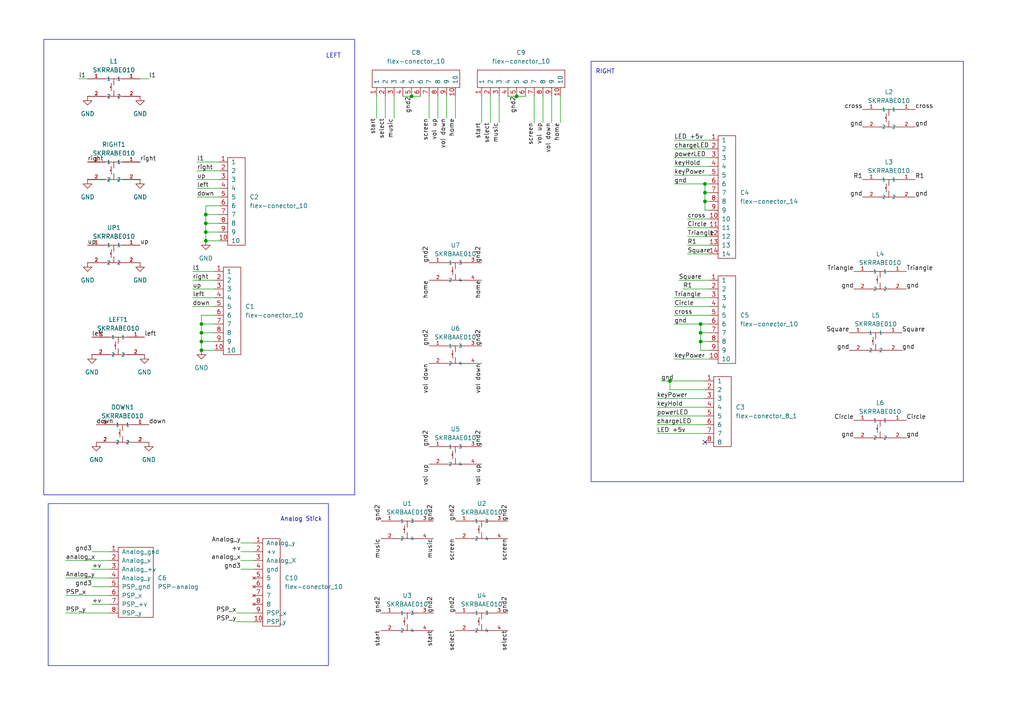
<source format=kicad_sch>
(kicad_sch (version 20231120) (generator "eeschema") (generator_version "8.0")
  (paper "A4")
  (lib_symbols
    (symbol "JLCPCB_schematic2:SKRBAAE010"
      (property "Reference" "U" (at 0 1.27 0))
      (property "Value" "SKRBAAE010" (at 0 -2.54 0))
      (symbol "SKRBAAE010_0_1"
        (polyline (pts (xy -2.54 -2.54) (xy 2.54 -2.54)))
        (polyline (pts (xy -2.54 2.54) (xy 2.54 2.54)))
        (polyline (pts (xy -0.762 1.27) (xy -0.762 -1.016)))
        (polyline (pts (xy 0 -2.54) (xy 0 -0.762)))
        (polyline (pts (xy 0 1.524) (xy 0 0.762)))
        (polyline (pts (xy 0 2.54) (xy 0 1.524)))
        (polyline (pts (xy -0.762 0.254) (xy -1.016 0.254) (xy -1.016 0) (xy -0.762 0)))
        (pin unspecified line (at -7.62 2.54 0) (length 5.08) (name "1") (number "1"))
        (pin unspecified line (at -7.62 -2.54 0) (length 5.08) (name "2") (number "2"))
        (pin unspecified line (at 7.62 2.54 180) (length 5.08) (name "3") (number "3"))
        (pin unspecified line (at 7.62 -2.54 180) (length 5.08) (name "4") (number "4"))
      )
    )
    (symbol "JLCPCB_schematic2:SKRRABE010_2pin"
      (property "Reference" "U" (at 0 1.27 0))
      (property "Value" "SKRRABE010" (at 0 -2.54 0))
      (symbol "SKRRABE010_2pin_0_1"
        (polyline (pts (xy -2.54 -3.81) (xy 2.54 -3.81)))
        (polyline (pts (xy -2.54 1.27) (xy 2.54 1.27)))
        (polyline (pts (xy -0.762 0) (xy -0.762 -2.286)))
        (polyline (pts (xy 0 -3.81) (xy 0 -2.032)))
        (polyline (pts (xy 0 0.254) (xy 0 -0.508)))
        (polyline (pts (xy 0 1.27) (xy 0 0.254)))
        (polyline (pts (xy -0.762 -1.016) (xy -1.016 -1.016) (xy -1.016 -1.27) (xy -0.762 -1.27)))
        (pin unspecified line (at -7.62 1.27 0) (length 5.08) (name "1") (number "1"))
        (pin unspecified line (at -7.62 -3.81 0) (length 5.08) (name "2") (number "2"))
      )
      (symbol "SKRRABE010_2pin_1_1"
        (pin unspecified line (at 7.62 1.27 180) (length 5.08) (name "1") (number "1"))
        (pin unspecified line (at 7.62 -3.81 180) (length 5.08) (name "2") (number "2"))
      )
    )
    (symbol "consolizer:PSP-Analog-FFC-Male" (pin_names (offset 1.016))
      (property "Reference" "C" (at 0 2.54 0))
      (property "Value" "flex-conector_10" (at 0 5.08 0))
      (symbol "PSP-Analog-FFC-Male_0_1"
        (rectangle (start -2.54 -2.54) (end 2.54 -27.94))
      )
      (symbol "PSP-Analog-FFC-Male_1_1"
        (pin input line (at -5.08 -3.81 0) (length 2.54) (name "Analog_y") (number "1"))
        (pin input line (at -5.08 -26.67 0) (length 2.54) (name "PSP_y") (number "10"))
        (pin input line (at -5.08 -6.35 0) (length 2.54) (name "+v") (number "2"))
        (pin input line (at -5.08 -8.89 0) (length 2.54) (name "Analog_X") (number "3"))
        (pin input line (at -5.08 -11.43 0) (length 2.54) (name "gnd") (number "4"))
        (pin no_connect line (at -5.08 -13.97 0) (length 2.54) (name "5") (number "5"))
        (pin no_connect line (at -5.08 -16.51 0) (length 2.54) (name "6") (number "6"))
        (pin no_connect line (at -5.08 -19.05 0) (length 2.54) (name "7") (number "7"))
        (pin no_connect line (at -5.08 -21.59 0) (length 2.54) (name "8") (number "8"))
        (pin input line (at -5.08 -24.13 0) (length 2.54) (name "PSP_x") (number "9"))
      )
    )
    (symbol "consolizer:PSP-analog" (pin_names (offset 1.016))
      (property "Reference" "C" (at 0 2.54 0))
      (property "Value" "PSP-analog" (at 0 5.08 0))
      (symbol "PSP-analog_0_1"
        (rectangle (start -2.54 -2.54) (end 7.62 -22.86))
      )
      (symbol "PSP-analog_1_1"
        (pin input line (at -5.08 -3.81 0) (length 2.54) (name "Analog_gnd") (number "1"))
        (pin input line (at -5.08 -6.35 0) (length 2.54) (name "Analog_x") (number "2"))
        (pin input line (at -5.08 -8.89 0) (length 2.54) (name "Analog_+v") (number "3"))
        (pin input line (at -5.08 -11.43 0) (length 2.54) (name "Analog_y") (number "4"))
        (pin input line (at -5.08 -13.97 0) (length 2.54) (name "PSP_gnd") (number "5"))
        (pin input line (at -5.08 -16.51 0) (length 2.54) (name "PSP_x") (number "6"))
        (pin input line (at -5.08 -19.05 0) (length 2.54) (name "PSP_+v") (number "7"))
        (pin input line (at -5.08 -21.59 0) (length 2.54) (name "PSP_y") (number "8"))
      )
    )
    (symbol "consolizer:flex-conector_10" (pin_names (offset 1.016))
      (property "Reference" "C" (at 0 2.54 0))
      (property "Value" "flex-conector_10" (at 0 5.08 0))
      (symbol "flex-conector_10_0_1"
        (rectangle (start -2.54 -2.54) (end 2.54 -27.94))
      )
      (symbol "flex-conector_10_1_1"
        (pin input line (at -5.08 -3.81 0) (length 2.54) (name "1") (number "1"))
        (pin input line (at -5.08 -26.67 0) (length 2.54) (name "10") (number "10"))
        (pin input line (at -5.08 -6.35 0) (length 2.54) (name "2") (number "2"))
        (pin input line (at -5.08 -8.89 0) (length 2.54) (name "3") (number "3"))
        (pin input line (at -5.08 -11.43 0) (length 2.54) (name "4") (number "4"))
        (pin input line (at -5.08 -13.97 0) (length 2.54) (name "5") (number "5"))
        (pin input line (at -5.08 -16.51 0) (length 2.54) (name "6") (number "6"))
        (pin input line (at -5.08 -19.05 0) (length 2.54) (name "7") (number "7"))
        (pin input line (at -5.08 -21.59 0) (length 2.54) (name "8") (number "8"))
        (pin input line (at -5.08 -24.13 0) (length 2.54) (name "9") (number "9"))
      )
    )
    (symbol "consolizer:flex-conector_14" (pin_names (offset 1.016))
      (property "Reference" "C" (at 0 2.54 0))
      (property "Value" "flex-conector_14" (at 0 5.08 0))
      (symbol "flex-conector_14_0_1"
        (rectangle (start -2.54 -2.54) (end 2.54 -38.1))
      )
      (symbol "flex-conector_14_1_1"
        (pin input line (at -5.08 -3.81 0) (length 2.54) (name "1") (number "1"))
        (pin input line (at -5.08 -26.67 0) (length 2.54) (name "10") (number "10"))
        (pin input line (at -5.08 -29.21 0) (length 2.54) (name "11") (number "11"))
        (pin input line (at -5.08 -31.75 0) (length 2.54) (name "12") (number "12"))
        (pin input line (at -5.08 -34.29 0) (length 2.54) (name "13") (number "13"))
        (pin input line (at -5.08 -36.83 0) (length 2.54) (name "14") (number "14"))
        (pin input line (at -5.08 -6.35 0) (length 2.54) (name "2") (number "2"))
        (pin input line (at -5.08 -8.89 0) (length 2.54) (name "3") (number "3"))
        (pin input line (at -5.08 -11.43 0) (length 2.54) (name "4") (number "4"))
        (pin input line (at -5.08 -13.97 0) (length 2.54) (name "5") (number "5"))
        (pin input line (at -5.08 -16.51 0) (length 2.54) (name "6") (number "6"))
        (pin input line (at -5.08 -19.05 0) (length 2.54) (name "7") (number "7"))
        (pin input line (at -5.08 -21.59 0) (length 2.54) (name "8") (number "8"))
        (pin input line (at -5.08 -24.13 0) (length 2.54) (name "9") (number "9"))
      )
    )
    (symbol "consolizer:flex-conector_8" (pin_names (offset 1.016))
      (property "Reference" "C" (at 0 2.54 0))
      (property "Value" "flex-conector_8" (at 0 5.08 0))
      (symbol "flex-conector_8_0_1"
        (rectangle (start -2.54 -2.54) (end 2.54 -22.86))
      )
      (symbol "flex-conector_8_1_1"
        (pin input line (at -5.08 -3.81 0) (length 2.54) (name "1") (number "1"))
        (pin input line (at -5.08 -6.35 0) (length 2.54) (name "2") (number "2"))
        (pin input line (at -5.08 -8.89 0) (length 2.54) (name "3") (number "3"))
        (pin input line (at -5.08 -11.43 0) (length 2.54) (name "4") (number "4"))
        (pin input line (at -5.08 -13.97 0) (length 2.54) (name "5") (number "5"))
        (pin input line (at -5.08 -16.51 0) (length 2.54) (name "6") (number "6"))
        (pin input line (at -5.08 -19.05 0) (length 2.54) (name "7") (number "7"))
        (pin input line (at -5.08 -21.59 0) (length 2.54) (name "8") (number "8"))
      )
    )
    (symbol "power:GND" (power) (pin_numbers hide) (pin_names (offset 0) hide)
      (property "Value" "GND" (at 0 -3.81 0))
      (symbol "GND_0_1"
        (polyline (pts (xy 0 0) (xy 0 -1.27) (xy 1.27 -1.27) (xy 0 -2.54) (xy -1.27 -1.27) (xy 0 -1.27)))
      )
      (symbol "GND_1_1"
        (pin power_in line (at 0 0 270) (length 0) (name "~") (number "1"))
      )
    )
  )
  (junction (at 149.86 27.94))
  (junction (at 203.2 93.98))
  (junction (at 59.69 67.31))
  (junction (at 58.42 96.52))
  (junction (at 119.38 27.94))
  (junction (at 58.42 99.06))
  (junction (at 204.47 53.34))
  (junction (at 58.42 93.98))
  (junction (at 204.47 58.42))
  (junction (at 203.2 96.52))
  (junction (at 203.2 99.06))
  (junction (at 59.69 62.23))
  (junction (at 59.69 69.85))
  (junction (at 58.42 101.6))
  (junction (at 59.69 64.77))
  (junction (at 204.47 55.88))
  (junction (at 194.31 110.49))
  (no_connect (at 204.47 128.27))
  (wire (pts (xy 195.58 86.36) (xy 205.74 86.36)))
  (wire (pts (xy 127 34.29) (xy 127 27.94)))
  (wire (pts (xy 204.47 53.34) (xy 205.74 53.34)))
  (wire (pts (xy 62.23 93.98) (xy 58.42 93.98)))
  (wire (pts (xy 199.39 63.5) (xy 205.74 63.5)))
  (wire (pts (xy 57.15 49.53) (xy 63.5 49.53)))
  (wire (pts (xy 195.58 53.34) (xy 204.47 53.34)))
  (wire (pts (xy 199.39 68.58) (xy 205.74 68.58)))
  (wire (pts (xy 58.42 96.52) (xy 58.42 99.06)))
  (wire (pts (xy 195.58 43.18) (xy 205.74 43.18)))
  (wire (pts (xy 59.69 69.85) (xy 63.5 69.85)))
  (wire (pts (xy 55.88 78.74) (xy 62.23 78.74)))
  (wire (pts (xy 69.85 165.1) (xy 73.66 165.1)))
  (wire (pts (xy 196.85 81.28) (xy 205.74 81.28)))
  (wire (pts (xy 59.69 67.31) (xy 59.69 69.85)))
  (wire (pts (xy 139.7 35.56) (xy 139.7 27.94)))
  (wire (pts (xy 204.47 58.42) (xy 204.47 55.88)))
  (wire (pts (xy 57.15 54.61) (xy 63.5 54.61)))
  (wire (pts (xy 63.5 67.31) (xy 59.69 67.31)))
  (wire (pts (xy 57.15 46.99) (xy 63.5 46.99)))
  (wire (pts (xy 62.23 99.06) (xy 58.42 99.06)))
  (wire (pts (xy 190.5 115.57) (xy 204.47 115.57)))
  (wire (pts (xy 58.42 93.98) (xy 58.42 96.52)))
  (wire (pts (xy 157.48 35.56) (xy 157.48 27.94)))
  (wire (pts (xy 69.85 160.02) (xy 73.66 160.02)))
  (wire (pts (xy 55.88 88.9) (xy 62.23 88.9)))
  (wire (pts (xy 109.22 34.29) (xy 109.22 27.94)))
  (wire (pts (xy 58.42 91.44) (xy 58.42 93.98)))
  (wire (pts (xy 58.42 99.06) (xy 58.42 101.6)))
  (wire (pts (xy 194.31 110.49) (xy 204.47 110.49)))
  (wire (pts (xy 63.5 59.69) (xy 59.69 59.69)))
  (wire (pts (xy 203.2 96.52) (xy 203.2 93.98)))
  (wire (pts (xy 198.12 83.82) (xy 205.74 83.82)))
  (wire (pts (xy 124.46 34.29) (xy 124.46 27.94)))
  (wire (pts (xy 203.2 101.6) (xy 203.2 99.06)))
  (wire (pts (xy 160.02 35.56) (xy 160.02 27.94)))
  (wire (pts (xy 194.31 113.03) (xy 194.31 110.49)))
  (wire (pts (xy 199.39 73.66) (xy 205.74 73.66)))
  (wire (pts (xy 195.58 91.44) (xy 205.74 91.44)))
  (wire (pts (xy 119.38 27.94) (xy 121.92 27.94)))
  (wire (pts (xy 199.39 66.04) (xy 205.74 66.04)))
  (wire (pts (xy 55.88 83.82) (xy 62.23 83.82)))
  (wire (pts (xy 190.5 123.19) (xy 204.47 123.19)))
  (wire (pts (xy 59.69 64.77) (xy 59.69 67.31)))
  (wire (pts (xy 144.78 35.56) (xy 144.78 27.94)))
  (wire (pts (xy 62.23 96.52) (xy 58.42 96.52)))
  (wire (pts (xy 195.58 45.72) (xy 205.74 45.72)))
  (wire (pts (xy 132.08 34.29) (xy 132.08 27.94)))
  (wire (pts (xy 116.84 27.94) (xy 119.38 27.94)))
  (wire (pts (xy 19.05 162.56) (xy 31.75 162.56)))
  (wire (pts (xy 26.67 165.1) (xy 31.75 165.1)))
  (wire (pts (xy 204.47 60.96) (xy 204.47 58.42)))
  (wire (pts (xy 205.74 99.06) (xy 203.2 99.06)))
  (wire (pts (xy 142.24 35.56) (xy 142.24 27.94)))
  (wire (pts (xy 162.56 35.56) (xy 162.56 27.94)))
  (wire (pts (xy 40.64 22.86) (xy 43.18 22.86)))
  (wire (pts (xy 58.42 101.6) (xy 62.23 101.6)))
  (wire (pts (xy 68.58 177.8) (xy 73.66 177.8)))
  (wire (pts (xy 55.88 81.28) (xy 62.23 81.28)))
  (wire (pts (xy 204.47 113.03) (xy 194.31 113.03)))
  (wire (pts (xy 195.58 48.26) (xy 205.74 48.26)))
  (wire (pts (xy 62.23 91.44) (xy 58.42 91.44)))
  (wire (pts (xy 195.58 88.9) (xy 205.74 88.9)))
  (wire (pts (xy 59.69 62.23) (xy 59.69 64.77)))
  (wire (pts (xy 205.74 55.88) (xy 204.47 55.88)))
  (wire (pts (xy 59.69 59.69) (xy 59.69 62.23)))
  (wire (pts (xy 63.5 64.77) (xy 59.69 64.77)))
  (wire (pts (xy 22.86 22.86) (xy 25.4 22.86)))
  (wire (pts (xy 19.05 177.8) (xy 31.75 177.8)))
  (wire (pts (xy 195.58 104.14) (xy 205.74 104.14)))
  (wire (pts (xy 203.2 93.98) (xy 205.74 93.98)))
  (wire (pts (xy 190.5 118.11) (xy 204.47 118.11)))
  (wire (pts (xy 57.15 57.15) (xy 63.5 57.15)))
  (wire (pts (xy 190.5 120.65) (xy 204.47 120.65)))
  (wire (pts (xy 204.47 55.88) (xy 204.47 53.34)))
  (wire (pts (xy 205.74 60.96) (xy 204.47 60.96)))
  (wire (pts (xy 147.32 27.94) (xy 149.86 27.94)))
  (wire (pts (xy 26.67 160.02) (xy 31.75 160.02)))
  (wire (pts (xy 68.58 180.34) (xy 73.66 180.34)))
  (wire (pts (xy 129.54 34.29) (xy 129.54 27.94)))
  (wire (pts (xy 195.58 50.8) (xy 205.74 50.8)))
  (wire (pts (xy 63.5 62.23) (xy 59.69 62.23)))
  (wire (pts (xy 55.88 86.36) (xy 62.23 86.36)))
  (wire (pts (xy 190.5 125.73) (xy 204.47 125.73)))
  (wire (pts (xy 195.58 40.64) (xy 205.74 40.64)))
  (wire (pts (xy 19.05 167.64) (xy 31.75 167.64)))
  (wire (pts (xy 111.76 34.29) (xy 111.76 27.94)))
  (wire (pts (xy 205.74 101.6) (xy 203.2 101.6)))
  (wire (pts (xy 69.85 162.56) (xy 73.66 162.56)))
  (wire (pts (xy 149.86 27.94) (xy 152.4 27.94)))
  (wire (pts (xy 205.74 58.42) (xy 204.47 58.42)))
  (wire (pts (xy 26.67 170.18) (xy 31.75 170.18)))
  (wire (pts (xy 69.85 157.48) (xy 73.66 157.48)))
  (wire (pts (xy 57.15 52.07) (xy 63.5 52.07)))
  (wire (pts (xy 114.3 34.29) (xy 114.3 27.94)))
  (wire (pts (xy 195.58 93.98) (xy 203.2 93.98)))
  (wire (pts (xy 19.05 172.72) (xy 31.75 172.72)))
  (wire (pts (xy 191.77 110.49) (xy 194.31 110.49)))
  (wire (pts (xy 26.67 175.26) (xy 31.75 175.26)))
  (wire (pts (xy 199.39 71.12) (xy 205.74 71.12)))
  (wire (pts (xy 205.74 96.52) (xy 203.2 96.52)))
  (wire (pts (xy 154.94 35.56) (xy 154.94 27.94)))
  (wire (pts (xy 203.2 99.06) (xy 203.2 96.52)))
  (rectangle (start 171.45 17.78) (end 279.4 139.7))
  (rectangle (start 12.7 11.43) (end 102.87 143.51))
  (rectangle (start 13.97 146.05) (end 95.25 193.04))
  (text "LEFT" (at 94.488 17.018 0) (effects (font (size 1.27 1.27)) (justify left bottom)))
  (text "RIGHT" (at 172.72 21.59 0) (effects (font (size 1.27 1.27)) (justify left bottom)))
  (text "Analog Stick" (at 81.28 151.384 0) (effects (font (size 1.27 1.27)) (justify left bottom)))
  (label "Analog_y" (at 69.85 157.48 180))
  (label "keyPower" (at 190.5 115.57 0))
  (label "gnd2" (at 139.7 76.2 90))
  (label "up" (at 40.64 71.12 0))
  (label "Circle" (at 262.89 121.92 0))
  (label "gnd" (at 247.65 127 180))
  (label "cross" (at 199.39 63.5 0))
  (label "gnd2" (at 124.46 100.33 90))
  (label "gnd2" (at 125.73 177.8 90))
  (label "up" (at 57.15 52.07 0))
  (label "vol down" (at 129.54 34.29 270))
  (label "gnd2" (at 139.7 129.54 90))
  (label "start" (at 109.22 34.29 270))
  (label "vol up" (at 157.48 35.56 270))
  (label "select" (at 142.24 35.56 270))
  (label "up" (at 25.4 71.12 0))
  (label "gnd2" (at 124.46 129.54 90))
  (label "cross" (at 250.19 31.75 180))
  (label "left" (at 41.91 97.79 0))
  (label "gnd3" (at 69.85 165.1 180))
  (label "powerLED" (at 190.5 120.65 0))
  (label "screen" (at 147.32 156.21 270))
  (label "right" (at 57.15 49.53 0))
  (label "powerLED" (at 195.58 45.72 0))
  (label "l1" (at 55.88 78.74 0))
  (label "gnd3" (at 26.67 170.18 180))
  (label "chargeLED" (at 195.58 43.18 0))
  (label "chargeLED" (at 190.5 123.19 0))
  (label "gnd" (at 191.77 110.49 0))
  (label "select" (at 147.32 182.88 270))
  (label "analog_x" (at 19.05 162.56 0))
  (label "PSP_x" (at 19.05 172.72 0))
  (label "gnd2" (at 119.38 27.94 270))
  (label "PSP_y" (at 68.58 180.34 180))
  (label "cross" (at 195.58 91.44 0))
  (label "keyPower" (at 195.58 50.8 0))
  (label "gnd" (at 265.43 57.15 0))
  (label "select" (at 111.76 34.29 270))
  (label "+v" (at 26.67 175.26 0))
  (label "vol down" (at 124.46 105.41 270))
  (label "LED +5v" (at 195.58 40.64 0))
  (label "right" (at 55.88 81.28 0))
  (label "gnd2" (at 147.32 177.8 90))
  (label "home" (at 124.46 81.28 270))
  (label "down" (at 27.94 123.19 0))
  (label "cross" (at 265.43 31.75 0))
  (label "+v" (at 26.67 165.1 0))
  (label "Circle" (at 195.58 88.9 0))
  (label "vol down" (at 139.7 105.41 270))
  (label "right" (at 25.4 46.99 0))
  (label "Analog_y" (at 19.05 167.64 0))
  (label "down" (at 43.18 123.19 0))
  (label "gnd" (at 247.65 83.82 180))
  (label "down" (at 55.88 88.9 0))
  (label "vol up" (at 139.7 134.62 270))
  (label "LED +5v" (at 190.5 125.73 0))
  (label "gnd3" (at 26.67 160.02 180))
  (label "up" (at 55.88 83.82 0))
  (label "music" (at 125.73 156.21 270))
  (label "gnd" (at 262.89 83.82 0))
  (label "gnd2" (at 139.7 100.33 90))
  (label "keyHold" (at 190.5 118.11 0))
  (label "gnd2" (at 149.86 27.94 270))
  (label "start" (at 125.73 182.88 270))
  (label "R1" (at 198.12 83.82 0))
  (label "gnd2" (at 125.73 151.13 90))
  (label "gnd" (at 246.38 101.6 180))
  (label "left" (at 26.67 97.79 0))
  (label "l1" (at 57.15 46.99 0))
  (label "gnd" (at 250.19 36.83 180))
  (label "gnd" (at 261.62 101.6 0))
  (label "start" (at 110.49 182.88 270))
  (label "home" (at 162.56 35.56 270))
  (label "vol down" (at 160.02 35.56 270))
  (label "music" (at 110.49 156.21 270))
  (label "gnd" (at 250.19 57.15 180))
  (label "screen" (at 132.08 156.21 270))
  (label "gnd" (at 262.89 127 0))
  (label "Square" (at 261.62 96.52 0))
  (label "R1" (at 250.19 52.07 180))
  (label "right" (at 40.64 46.99 0))
  (label "vol up" (at 124.46 134.62 270))
  (label "PSP_x" (at 68.58 177.8 180))
  (label "vol up" (at 127 34.29 270))
  (label "left" (at 57.15 54.61 0))
  (label "keyHold" (at 195.58 48.26 0))
  (label "gnd2" (at 147.32 151.13 90))
  (label "screen" (at 124.46 34.29 270))
  (label "gnd" (at 265.43 36.83 0))
  (label "+v" (at 69.85 160.02 180))
  (label "PSP_y" (at 19.05 177.8 0))
  (label "left" (at 55.88 86.36 0))
  (label "Triangle" (at 195.58 86.36 0))
  (label "l1" (at 22.86 22.86 0))
  (label "down" (at 57.15 57.15 0))
  (label "Circle" (at 199.39 66.04 0))
  (label "keyPower" (at 195.58 104.14 0))
  (label "gnd2" (at 110.49 151.13 90))
  (label "Triangle" (at 262.89 78.74 0))
  (label "select" (at 132.08 182.88 270))
  (label "home" (at 139.7 81.28 270))
  (label "gnd" (at 195.58 93.98 0))
  (label "screen" (at 154.94 35.56 270))
  (label "gnd2" (at 132.08 151.13 90))
  (label "R1" (at 265.43 52.07 0))
  (label "Square" (at 196.85 81.28 0))
  (label "gnd2" (at 110.49 177.8 90))
  (label "Square" (at 246.38 96.52 180))
  (label "Triangle" (at 199.39 68.58 0))
  (label "start" (at 139.7 35.56 270))
  (label "Circle" (at 247.65 121.92 180))
  (label "analog_x" (at 69.85 162.56 180))
  (label "l1" (at 43.18 22.86 0))
  (label "gnd2" (at 124.46 76.2 90))
  (label "gnd2" (at 132.08 177.8 90))
  (label "music" (at 114.3 34.29 270))
  (label "music" (at 144.78 35.56 270))
  (label "Square" (at 199.39 73.66 0))
  (label "gnd" (at 195.58 53.34 0))
  (label "home" (at 132.08 34.29 270))
  (label "Triangle" (at 247.65 78.74 180))
  (label "R1" (at 199.39 71.12 0))
  (symbol (lib_id "power:GND") (at 58.42 101.6 0) (unit 1)
    (property "Reference" "#PWR011" (effects (hide yes)))
    (property "Value" "GND" (at 58.42 106.68 0))
    (property "Description" "Power symbol creates a global label with name \"GND\" , ground" (effects (hide yes)))
  )
  (symbol (lib_id "power:GND") (at 40.64 52.07 0) (unit 1)
    (property "Reference" "#PWR06" (effects (hide yes)))
    (property "Value" "GND" (at 40.64 57.15 0))
    (property "Description" "Power symbol creates a global label with name \"GND\" , ground" (effects (hide yes)))
  )
  (symbol (lib_id "JLCPCB_schematic2:SKRBAAE010") (at 132.08 102.87 0) (unit 1)
    (property "Reference" "U6" (at 132.08 95.25 0))
    (property "Value" "SKRBAAE010" (at 132.08 97.79 0))
    (property "Footprint" "JLCPCB_footprint:KEY-SMD_4P-L4.8-W4.8-P3.65_SKRBAAE010" (effects (hide yes)))
    (property "Datasheet" "https://atta.szlcsc.com/upload/public/pdf/source/20170620/1497944814349.pdf" (effects (hide yes)))
    (property "LCSC" "C115356" (effects (hide yes)))
  )
  (symbol (lib_name "JLCPCB_schematic2:SKRRABE010_2pin") (lib_id "JLCPCB_schematic2:SKRRABE010_2pin") (at 255.27 80.01 0) (unit 1)
    (property "Reference" "L4" (at 255.27 73.66 0))
    (property "Value" "SKRRABE010" (at 255.27 76.2 0))
    (property "Footprint" "JLCPCB_footprint:KEY-SMD_4P-L5.2-W5.2-P3.70-LS6.4_1" (effects (hide yes)))
    (property "Datasheet" "https://item.szlcsc.com/98645.html" (effects (hide yes)))
    (property "LCSC" "C125046" (effects (hide yes)))
  )
  (symbol (lib_id "JLCPCB_schematic2:SKRBAAE010") (at 118.11 153.67 0) (unit 1)
    (property "Reference" "U1" (at 118.11 146.05 0))
    (property "Value" "SKRBAAE010" (at 118.11 148.59 0))
    (property "Footprint" "JLCPCB_footprint:KEY-SMD_4P-L4.8-W4.8-P3.65_SKRBAAE010" (effects (hide yes)))
    (property "Datasheet" "https://atta.szlcsc.com/upload/public/pdf/source/20170620/1497944814349.pdf" (effects (hide yes)))
    (property "LCSC" "C115356" (effects (hide yes)))
  )
  (symbol (lib_id "power:GND") (at 59.69 69.85 0) (unit 1)
    (property "Reference" "#PWR012" (effects (hide yes)))
    (property "Value" "GND" (at 59.69 74.93 0))
    (property "Description" "Power symbol creates a global label with name \"GND\" , ground" (effects (hide yes)))
  )
  (symbol (lib_name "JLCPCB_schematic2:SKRRABE010_2pin") (lib_id "JLCPCB_schematic2:SKRRABE010_2pin") (at 33.02 72.39 0) (unit 1)
    (property "Reference" "UP1" (at 33.02 66.04 0))
    (property "Value" "SKRRABE010" (at 33.02 68.58 0))
    (property "Footprint" "JLCPCB_footprint:KEY-SMD_4P-L5.2-W5.2-P3.70-LS6.4_1" (effects (hide yes)))
    (property "Datasheet" "https://item.szlcsc.com/98645.html" (effects (hide yes)))
    (property "LCSC" "C125046" (effects (hide yes)))
  )
  (symbol (lib_id "JLCPCB_schematic2:SKRBAAE010") (at 132.08 132.08 0) (unit 1)
    (property "Reference" "U5" (at 132.08 124.46 0))
    (property "Value" "SKRBAAE010" (at 132.08 127 0))
    (property "Footprint" "JLCPCB_footprint:KEY-SMD_4P-L4.8-W4.8-P3.65_SKRBAAE010" (effects (hide yes)))
    (property "Datasheet" "https://atta.szlcsc.com/upload/public/pdf/source/20170620/1497944814349.pdf" (effects (hide yes)))
    (property "LCSC" "C115356" (effects (hide yes)))
  )
  (symbol (lib_name "JLCPCB_schematic2:SKRRABE010_2pin") (lib_id "JLCPCB_schematic2:SKRRABE010_2pin") (at 254 97.79 0) (unit 1)
    (property "Reference" "L5" (at 254 91.44 0))
    (property "Value" "SKRRABE010" (at 254 93.98 0))
    (property "Footprint" "JLCPCB_footprint:KEY-SMD_4P-L5.2-W5.2-P3.70-LS6.4_1" (effects (hide yes)))
    (property "Datasheet" "https://item.szlcsc.com/98645.html" (effects (hide yes)))
    (property "LCSC" "C125046" (effects (hide yes)))
  )
  (symbol (lib_id "power:GND") (at 41.91 102.87 0) (unit 1)
    (property "Reference" "#PWR05" (effects (hide yes)))
    (property "Value" "GND" (at 41.91 107.95 0))
    (property "Description" "Power symbol creates a global label with name \"GND\" , ground" (effects (hide yes)))
  )
  (symbol (lib_name "JLCPCB_schematic2:SKRRABE010_2pin") (lib_id "JLCPCB_schematic2:SKRRABE010_2pin") (at 34.29 99.06 0) (unit 1)
    (property "Reference" "LEFT1" (at 34.29 92.71 0))
    (property "Value" "SKRRABE010" (at 34.29 95.25 0))
    (property "Footprint" "JLCPCB_footprint:KEY-SMD_4P-L5.2-W5.2-P3.70-LS6.4_1" (effects (hide yes)))
    (property "Datasheet" "https://item.szlcsc.com/98645.html" (effects (hide yes)))
    (property "LCSC" "C125046" (effects (hide yes)))
  )
  (symbol (lib_name "JLCPCB_schematic2:SKRRABE010_2pin") (lib_id "JLCPCB_schematic2:SKRRABE010_2pin") (at 257.81 33.02 0) (unit 1)
    (property "Reference" "L2" (at 257.81 26.67 0))
    (property "Value" "SKRRABE010" (at 257.81 29.21 0))
    (property "Footprint" "JLCPCB_footprint:KEY-SMD_4P-L5.2-W5.2-P3.70-LS6.4_1" (effects (hide yes)))
    (property "Datasheet" "https://item.szlcsc.com/98645.html" (effects (hide yes)))
    (property "LCSC" "C125046" (effects (hide yes)))
  )
  (symbol (lib_id "power:GND") (at 26.67 102.87 0) (unit 1)
    (property "Reference" "#PWR07" (effects (hide yes)))
    (property "Value" "GND" (at 26.67 107.95 0))
    (property "Description" "Power symbol creates a global label with name \"GND\" , ground" (effects (hide yes)))
  )
  (symbol (lib_id "power:GND") (at 27.94 128.27 0) (unit 1)
    (property "Reference" "#PWR010" (effects (hide yes)))
    (property "Value" "GND" (at 27.94 133.35 0))
    (property "Description" "Power symbol creates a global label with name \"GND\" , ground" (effects (hide yes)))
  )
  (symbol (lib_id "power:GND") (at 25.4 76.2 0) (unit 1)
    (property "Reference" "#PWR01" (effects (hide yes)))
    (property "Value" "GND" (at 25.4 81.28 0))
    (property "Description" "Power symbol creates a global label with name \"GND\" , ground" (effects (hide yes)))
  )
  (symbol (lib_id "consolizer:flex-conector_10") (at 67.31 74.93 0) (unit 1)
    (property "Reference" "C1" (at 71.12 88.9 0) (effects (justify left)))
    (property "Value" "flex-conector_10" (at 71.12 91.44 0) (effects (justify left)))
    (property "Footprint" "consolizer:flex_short_10" (effects (hide yes)))
  )
  (symbol (lib_id "consolizer:PSP-Analog-FFC-Male") (at 78.74 153.67 0) (unit 1)
    (property "Reference" "C10" (at 82.55 167.6399 0) (effects (justify left)))
    (property "Value" "flex-conector_10" (at 82.55 170.1799 0) (effects (justify left)))
    (property "Footprint" "consolizer:flex_long_10" (effects (hide yes)))
  )
  (symbol (lib_name "JLCPCB_schematic2:SKRRABE010_2pin") (lib_id "JLCPCB_schematic2:SKRRABE010_2pin") (at 33.02 48.26 0) (unit 1)
    (property "Reference" "RIGHT1" (at 33.02 41.91 0))
    (property "Value" "SKRRABE010" (at 33.02 44.45 0))
    (property "Footprint" "JLCPCB_footprint:KEY-SMD_4P-L5.2-W5.2-P3.70-LS6.4_1" (effects (hide yes)))
    (property "Datasheet" "https://item.szlcsc.com/98645.html" (effects (hide yes)))
    (property "LCSC" "C125046" (effects (hide yes)))
  )
  (symbol (lib_name "JLCPCB_schematic2:SKRRABE010_2pin") (lib_id "JLCPCB_schematic2:SKRRABE010_2pin") (at 35.56 124.46 0) (unit 1)
    (property "Reference" "DOWN1" (at 35.56 118.11 0))
    (property "Value" "SKRRABE010" (at 35.56 120.65 0))
    (property "Footprint" "JLCPCB_footprint:KEY-SMD_4P-L5.2-W5.2-P3.70-LS6.4_1" (effects (hide yes)))
    (property "Datasheet" "https://item.szlcsc.com/98645.html" (effects (hide yes)))
    (property "LCSC" "C125046" (effects (hide yes)))
  )
  (symbol (lib_id "power:GND") (at 40.64 76.2 0) (unit 1)
    (property "Reference" "#PWR02" (effects (hide yes)))
    (property "Value" "GND" (at 40.64 81.28 0))
    (property "Description" "Power symbol creates a global label with name \"GND\" , ground" (effects (hide yes)))
  )
  (symbol (lib_name "JLCPCB_schematic2:SKRRABE010_2pin") (lib_id "JLCPCB_schematic2:SKRRABE010_2pin") (at 257.81 53.34 0) (unit 1)
    (property "Reference" "L3" (at 257.81 46.99 0))
    (property "Value" "SKRRABE010" (at 257.81 49.53 0))
    (property "Footprint" "JLCPCB_footprint:KEY-SMD_4P-L5.2-W5.2-P3.70-LS6.4_1" (effects (hide yes)))
    (property "Datasheet" "https://item.szlcsc.com/98645.html" (effects (hide yes)))
    (property "LCSC" "C125046" (effects (hide yes)))
  )
  (symbol (lib_id "JLCPCB_schematic2:SKRBAAE010") (at 118.11 180.34 0) (unit 1)
    (property "Reference" "U3" (at 118.11 172.72 0))
    (property "Value" "SKRBAAE010" (at 118.11 175.26 0))
    (property "Footprint" "JLCPCB_footprint:KEY-SMD_4P-L4.8-W4.8-P3.65_SKRBAAE010" (effects (hide yes)))
    (property "Datasheet" "https://atta.szlcsc.com/upload/public/pdf/source/20170620/1497944814349.pdf" (effects (hide yes)))
    (property "LCSC" "C115356" (effects (hide yes)))
  )
  (symbol (lib_id "consolizer:flex-conector_10") (at 68.58 43.18 0) (unit 1)
    (property "Reference" "C2" (at 72.39 57.15 0) (effects (justify left)))
    (property "Value" "flex-conector_10" (at 72.39 59.69 0) (effects (justify left)))
    (property "Footprint" "consolizer:flex_short_10" (effects (hide yes)))
  )
  (symbol (lib_id "consolizer:flex-conector_10") (at 210.82 77.47 0) (unit 1)
    (property "Reference" "C5" (at 214.63 91.44 0) (effects (justify left)))
    (property "Value" "flex-conector_10" (at 214.63 93.98 0) (effects (justify left)))
    (property "Footprint" "consolizer:flex_long_10" (effects (hide yes)))
  )
  (symbol (lib_id "consolizer:flex-conector_10") (at 135.89 22.86 90) (unit 1)
    (property "Reference" "C9" (at 151.13 15.24 90))
    (property "Value" "flex-conector_10" (at 151.13 17.78 90))
    (property "Footprint" "consolizer:flex_short_10" (effects (hide yes)))
  )
  (symbol (lib_id "JLCPCB_schematic2:SKRBAAE010") (at 139.7 180.34 0) (unit 1)
    (property "Reference" "U4" (at 139.7 172.72 0))
    (property "Value" "SKRBAAE010" (at 139.7 175.26 0))
    (property "Footprint" "JLCPCB_footprint:KEY-SMD_4P-L4.8-W4.8-P3.65_SKRBAAE010" (effects (hide yes)))
    (property "Datasheet" "https://atta.szlcsc.com/upload/public/pdf/source/20170620/1497944814349.pdf" (effects (hide yes)))
    (property "LCSC" "C115356" (effects (hide yes)))
  )
  (symbol (lib_id "consolizer:flex-conector_8") (at 209.55 106.68 0) (unit 1)
    (property "Reference" "C3" (at 213.36 118.11 0) (effects (justify left)))
    (property "Value" "flex-conector_8_1" (at 213.36 120.65 0) (effects (justify left)))
    (property "Footprint" "consolizer:flex_long_8" (effects (hide yes)))
  )
  (symbol (lib_name "JLCPCB_schematic2:SKRRABE010_2pin") (lib_id "JLCPCB_schematic2:SKRRABE010_2pin") (at 33.02 24.13 0) (unit 1)
    (property "Reference" "L1" (at 33.02 17.78 0))
    (property "Value" "SKRRABE010" (at 33.02 20.32 0))
    (property "Footprint" "JLCPCB_footprint:KEY-SMD_4P-L5.2-W5.2-P3.70-LS6.4_1" (effects (hide yes)))
    (property "Datasheet" "https://item.szlcsc.com/98645.html" (effects (hide yes)))
    (property "LCSC" "C125046" (effects (hide yes)))
  )
  (symbol (lib_id "JLCPCB_schematic2:SKRBAAE010") (at 139.7 153.67 0) (unit 1)
    (property "Reference" "U2" (at 139.7 146.05 0))
    (property "Value" "SKRBAAE010" (at 139.7 148.59 0))
    (property "Footprint" "JLCPCB_footprint:KEY-SMD_4P-L4.8-W4.8-P3.65_SKRBAAE010" (effects (hide yes)))
    (property "Datasheet" "https://atta.szlcsc.com/upload/public/pdf/source/20170620/1497944814349.pdf" (effects (hide yes)))
    (property "LCSC" "C115356" (effects (hide yes)))
  )
  (symbol (lib_id "power:GND") (at 25.4 27.94 0) (unit 1)
    (property "Reference" "#PWR04" (effects (hide yes)))
    (property "Value" "GND" (at 25.4 33.02 0))
    (property "Description" "Power symbol creates a global label with name \"GND\" , ground" (effects (hide yes)))
  )
  (symbol (lib_id "consolizer:PSP-analog") (at 36.83 156.21 0) (unit 1)
    (property "Reference" "C6" (at 45.72 167.6399 0) (effects (justify left)))
    (property "Value" "PSP-analog" (at 45.72 170.1799 0) (effects (justify left)))
    (property "Footprint" "consolizer:PSP-analog" (effects (hide yes)))
  )
  (symbol (lib_id "JLCPCB_schematic2:SKRBAAE010") (at 132.08 78.74 0) (unit 1)
    (property "Reference" "U7" (at 132.08 71.12 0))
    (property "Value" "SKRBAAE010" (at 132.08 73.66 0))
    (property "Footprint" "JLCPCB_footprint:KEY-SMD_4P-L4.8-W4.8-P3.65_SKRBAAE010" (effects (hide yes)))
    (property "Datasheet" "https://atta.szlcsc.com/upload/public/pdf/source/20170620/1497944814349.pdf" (effects (hide yes)))
    (property "LCSC" "C115356" (effects (hide yes)))
  )
  (symbol (lib_name "JLCPCB_schematic2:SKRRABE010_2pin") (lib_id "JLCPCB_schematic2:SKRRABE010_2pin") (at 255.27 123.19 0) (unit 1)
    (property "Reference" "L6" (at 255.27 116.84 0))
    (property "Value" "SKRRABE010" (at 255.27 119.38 0))
    (property "Footprint" "JLCPCB_footprint:KEY-SMD_4P-L5.2-W5.2-P3.70-LS6.4_1" (effects (hide yes)))
    (property "Datasheet" "https://item.szlcsc.com/98645.html" (effects (hide yes)))
    (property "LCSC" "C125046" (effects (hide yes)))
  )
  (symbol (lib_id "consolizer:flex-conector_10") (at 105.41 22.86 90) (unit 1)
    (property "Reference" "C8" (at 120.65 15.24 90))
    (property "Value" "flex-conector_10" (at 120.65 17.78 90))
    (property "Footprint" "consolizer:flex_short_10" (effects (hide yes)))
  )
  (symbol (lib_id "consolizer:flex-conector_14") (at 210.82 36.83 0) (unit 1)
    (property "Reference" "C4" (at 214.63 55.88 0) (effects (justify left)))
    (property "Value" "flex-conector_14" (at 214.63 58.42 0) (effects (justify left)))
    (property "Footprint" "consolizer:flex_long_14" (effects (hide yes)))
  )
  (symbol (lib_id "power:GND") (at 40.64 27.94 0) (unit 1)
    (property "Reference" "#PWR029" (effects (hide yes)))
    (property "Value" "GND" (at 40.64 33.02 0))
    (property "Description" "Power symbol creates a global label with name \"GND\" , ground" (effects (hide yes)))
  )
  (symbol (lib_id "power:GND") (at 43.18 128.27 0) (unit 1)
    (property "Reference" "#PWR03" (effects (hide yes)))
    (property "Value" "GND" (at 43.18 133.35 0))
    (property "Description" "Power symbol creates a global label with name \"GND\" , ground" (effects (hide yes)))
  )
  (symbol (lib_id "power:GND") (at 25.4 52.07 0) (unit 1)
    (property "Reference" "#PWR09" (effects (hide yes)))
    (property "Value" "GND" (at 25.4 57.15 0))
    (property "Description" "Power symbol creates a global label with name \"GND\" , ground" (effects (hide yes)))
  )
)
</source>
